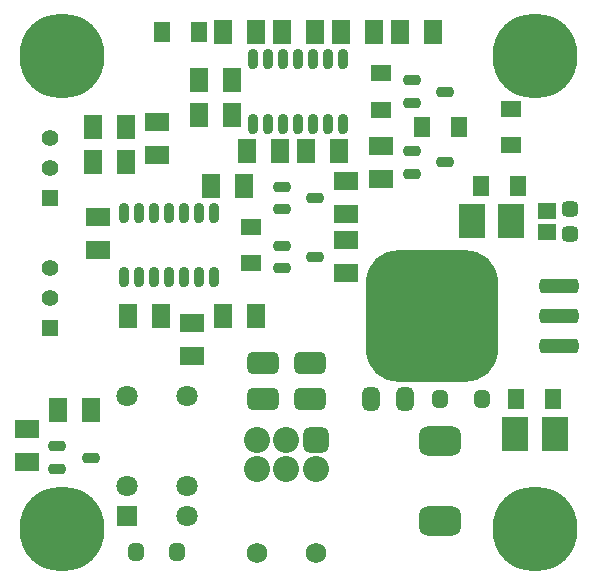
<source format=gts>
G04*
G04 #@! TF.GenerationSoftware,Altium Limited,Altium Designer,23.9.2 (47)*
G04*
G04 Layer_Color=8388736*
%FSLAX44Y44*%
%MOMM*%
G71*
G04*
G04 #@! TF.SameCoordinates,8776A3A0-EF5A-4BC1-B825-7BE02FDD750C*
G04*
G04*
G04 #@! TF.FilePolarity,Negative*
G04*
G01*
G75*
G04:AMPARAMS|DCode=30|XSize=0.8032mm|YSize=1.6532mm|CornerRadius=0.2516mm|HoleSize=0mm|Usage=FLASHONLY|Rotation=0.000|XOffset=0mm|YOffset=0mm|HoleType=Round|Shape=RoundedRectangle|*
%AMROUNDEDRECTD30*
21,1,0.8032,1.1500,0,0,0.0*
21,1,0.3000,1.6532,0,0,0.0*
1,1,0.5032,0.1500,-0.5750*
1,1,0.5032,-0.1500,-0.5750*
1,1,0.5032,-0.1500,0.5750*
1,1,0.5032,0.1500,0.5750*
%
%ADD30ROUNDEDRECTD30*%
G04:AMPARAMS|DCode=31|XSize=11.2032mm|YSize=11.2032mm|CornerRadius=2.8516mm|HoleSize=0mm|Usage=FLASHONLY|Rotation=270.000|XOffset=0mm|YOffset=0mm|HoleType=Round|Shape=RoundedRectangle|*
%AMROUNDEDRECTD31*
21,1,11.2032,5.5000,0,0,270.0*
21,1,5.5000,11.2032,0,0,270.0*
1,1,5.7032,-2.7500,-2.7500*
1,1,5.7032,-2.7500,2.7500*
1,1,5.7032,2.7500,2.7500*
1,1,5.7032,2.7500,-2.7500*
%
%ADD31ROUNDEDRECTD31*%
G04:AMPARAMS|DCode=32|XSize=1.2532mm|YSize=3.3032mm|CornerRadius=0.3641mm|HoleSize=0mm|Usage=FLASHONLY|Rotation=270.000|XOffset=0mm|YOffset=0mm|HoleType=Round|Shape=RoundedRectangle|*
%AMROUNDEDRECTD32*
21,1,1.2532,2.5750,0,0,270.0*
21,1,0.5250,3.3032,0,0,270.0*
1,1,0.7282,-1.2875,-0.2625*
1,1,0.7282,-1.2875,0.2625*
1,1,0.7282,1.2875,0.2625*
1,1,0.7282,1.2875,-0.2625*
%
%ADD32ROUNDEDRECTD32*%
%ADD33R,1.5532X1.3532*%
%ADD34R,2.1532X1.6032*%
%ADD35R,1.6032X2.1532*%
G04:AMPARAMS|DCode=36|XSize=0.8532mm|YSize=1.4532mm|CornerRadius=0.2641mm|HoleSize=0mm|Usage=FLASHONLY|Rotation=90.000|XOffset=0mm|YOffset=0mm|HoleType=Round|Shape=RoundedRectangle|*
%AMROUNDEDRECTD36*
21,1,0.8532,0.9250,0,0,90.0*
21,1,0.3250,1.4532,0,0,90.0*
1,1,0.5282,0.4625,0.1625*
1,1,0.5282,0.4625,-0.1625*
1,1,0.5282,-0.4625,-0.1625*
1,1,0.5282,-0.4625,0.1625*
%
%ADD36ROUNDEDRECTD36*%
G04:AMPARAMS|DCode=37|XSize=1.9532mm|YSize=1.4532mm|CornerRadius=0.4141mm|HoleSize=0mm|Usage=FLASHONLY|Rotation=90.000|XOffset=0mm|YOffset=0mm|HoleType=Round|Shape=RoundedRectangle|*
%AMROUNDEDRECTD37*
21,1,1.9532,0.6250,0,0,90.0*
21,1,1.1250,1.4532,0,0,90.0*
1,1,0.8282,0.3125,0.5625*
1,1,0.8282,0.3125,-0.5625*
1,1,0.8282,-0.3125,-0.5625*
1,1,0.8282,-0.3125,0.5625*
%
%ADD37ROUNDEDRECTD37*%
G04:AMPARAMS|DCode=38|XSize=1.5032mm|YSize=1.3032mm|CornerRadius=0.3766mm|HoleSize=0mm|Usage=FLASHONLY|Rotation=270.000|XOffset=0mm|YOffset=0mm|HoleType=Round|Shape=RoundedRectangle|*
%AMROUNDEDRECTD38*
21,1,1.5032,0.5500,0,0,270.0*
21,1,0.7500,1.3032,0,0,270.0*
1,1,0.7532,-0.2750,-0.3750*
1,1,0.7532,-0.2750,0.3750*
1,1,0.7532,0.2750,0.3750*
1,1,0.7532,0.2750,-0.3750*
%
%ADD38ROUNDEDRECTD38*%
G04:AMPARAMS|DCode=39|XSize=1.4032mm|YSize=1.3032mm|CornerRadius=0.3766mm|HoleSize=0mm|Usage=FLASHONLY|Rotation=180.000|XOffset=0mm|YOffset=0mm|HoleType=Round|Shape=RoundedRectangle|*
%AMROUNDEDRECTD39*
21,1,1.4032,0.5500,0,0,180.0*
21,1,0.6500,1.3032,0,0,180.0*
1,1,0.7532,-0.3250,0.2750*
1,1,0.7532,0.3250,0.2750*
1,1,0.7532,0.3250,-0.2750*
1,1,0.7532,-0.3250,-0.2750*
%
%ADD39ROUNDEDRECTD39*%
G04:AMPARAMS|DCode=40|XSize=1.9032mm|YSize=2.7032mm|CornerRadius=0.5266mm|HoleSize=0mm|Usage=FLASHONLY|Rotation=270.000|XOffset=0mm|YOffset=0mm|HoleType=Round|Shape=RoundedRectangle|*
%AMROUNDEDRECTD40*
21,1,1.9032,1.6500,0,0,270.0*
21,1,0.8500,2.7032,0,0,270.0*
1,1,1.0532,-0.8250,-0.4250*
1,1,1.0532,-0.8250,0.4250*
1,1,1.0532,0.8250,0.4250*
1,1,1.0532,0.8250,-0.4250*
%
%ADD40ROUNDEDRECTD40*%
G04:AMPARAMS|DCode=41|XSize=3.5032mm|YSize=2.5032mm|CornerRadius=0.6766mm|HoleSize=0mm|Usage=FLASHONLY|Rotation=180.000|XOffset=0mm|YOffset=0mm|HoleType=Round|Shape=RoundedRectangle|*
%AMROUNDEDRECTD41*
21,1,3.5032,1.1500,0,0,180.0*
21,1,2.1500,2.5032,0,0,180.0*
1,1,1.3532,-1.0750,0.5750*
1,1,1.3532,1.0750,0.5750*
1,1,1.3532,1.0750,-0.5750*
1,1,1.3532,-1.0750,-0.5750*
%
%ADD41ROUNDEDRECTD41*%
%ADD42R,1.8032X1.4032*%
%ADD43R,1.4032X1.8032*%
%ADD44R,2.2032X3.0032*%
%ADD45R,1.4032X1.4032*%
%ADD46C,1.4032*%
%ADD47C,1.8032*%
%ADD48R,1.8032X1.8032*%
%ADD49C,7.2032*%
%ADD50C,2.2032*%
G04:AMPARAMS|DCode=51|XSize=2.2032mm|YSize=2.2032mm|CornerRadius=0.6016mm|HoleSize=0mm|Usage=FLASHONLY|Rotation=0.000|XOffset=0mm|YOffset=0mm|HoleType=Round|Shape=RoundedRectangle|*
%AMROUNDEDRECTD51*
21,1,2.2032,1.0000,0,0,0.0*
21,1,1.0000,2.2032,0,0,0.0*
1,1,1.2032,0.5000,-0.5000*
1,1,1.2032,-0.5000,-0.5000*
1,1,1.2032,-0.5000,0.5000*
1,1,1.2032,0.5000,0.5000*
%
%ADD51ROUNDEDRECTD51*%
%ADD52C,1.7272*%
D30*
X288100Y497250D02*
D03*
X275400D02*
D03*
X262700D02*
D03*
X250000D02*
D03*
X237300D02*
D03*
X224600D02*
D03*
X211900D02*
D03*
X288100Y442750D02*
D03*
X275400D02*
D03*
X262700D02*
D03*
X250000D02*
D03*
X237300D02*
D03*
X224600D02*
D03*
X211900D02*
D03*
X178100Y367250D02*
D03*
X165400D02*
D03*
X152700D02*
D03*
X140000D02*
D03*
X127300D02*
D03*
X114600D02*
D03*
X101900D02*
D03*
X178100Y312750D02*
D03*
X165400D02*
D03*
X152700D02*
D03*
X140000D02*
D03*
X127300D02*
D03*
X114600D02*
D03*
X101900D02*
D03*
D31*
X363250Y280000D02*
D03*
D32*
X470500Y305400D02*
D03*
Y280000D02*
D03*
Y254600D02*
D03*
D33*
X460000Y350750D02*
D03*
Y369250D02*
D03*
D34*
X20000Y184000D02*
D03*
Y156000D02*
D03*
X320000Y424000D02*
D03*
Y396000D02*
D03*
X290000Y316000D02*
D03*
Y344000D02*
D03*
Y366000D02*
D03*
Y394000D02*
D03*
X80000Y364000D02*
D03*
Y336000D02*
D03*
X160000Y274000D02*
D03*
Y246000D02*
D03*
X130000Y416000D02*
D03*
Y444000D02*
D03*
D35*
X46000Y200000D02*
D03*
X74000D02*
D03*
X284000Y420000D02*
D03*
X256000D02*
D03*
X166000Y480000D02*
D03*
X194000D02*
D03*
Y450000D02*
D03*
X166000D02*
D03*
X234000Y420000D02*
D03*
X206000D02*
D03*
X364000Y520000D02*
D03*
X336000D02*
D03*
X314000D02*
D03*
X286000D02*
D03*
X214000D02*
D03*
X186000D02*
D03*
X264000D02*
D03*
X236000D02*
D03*
X76000Y410000D02*
D03*
X104000D02*
D03*
X186000Y280000D02*
D03*
X214000D02*
D03*
X106000D02*
D03*
X134000D02*
D03*
X176000Y390000D02*
D03*
X204000D02*
D03*
X104000Y440000D02*
D03*
X76000D02*
D03*
D36*
X74250Y160000D02*
D03*
X45750Y150500D02*
D03*
Y169500D02*
D03*
X374250Y410000D02*
D03*
X345750Y400500D02*
D03*
Y419500D02*
D03*
X374250Y470000D02*
D03*
X345750Y460500D02*
D03*
Y479500D02*
D03*
X264250Y330000D02*
D03*
X235750Y320500D02*
D03*
Y339500D02*
D03*
X264250Y380000D02*
D03*
X235750Y370500D02*
D03*
Y389500D02*
D03*
D37*
X311500Y210000D02*
D03*
X340000D02*
D03*
D38*
X112500Y80000D02*
D03*
X147500D02*
D03*
X370000Y210000D02*
D03*
X405000D02*
D03*
D39*
X480000Y370500D02*
D03*
Y349500D02*
D03*
D40*
X259750Y240000D02*
D03*
X220250D02*
D03*
X259750Y210000D02*
D03*
X220250D02*
D03*
D41*
X370000Y106000D02*
D03*
Y174000D02*
D03*
D42*
X430000Y455500D02*
D03*
Y424500D02*
D03*
X320000Y485500D02*
D03*
Y454500D02*
D03*
X210000Y324500D02*
D03*
Y355500D02*
D03*
D43*
X354500Y440000D02*
D03*
X385500D02*
D03*
X165500Y520000D02*
D03*
X134500D02*
D03*
X435500Y390000D02*
D03*
X404500D02*
D03*
X434500Y210000D02*
D03*
X465500D02*
D03*
D44*
X396500Y360000D02*
D03*
X430000D02*
D03*
X466750Y180000D02*
D03*
X433250D02*
D03*
D45*
X40000Y380000D02*
D03*
Y269600D02*
D03*
D46*
Y405400D02*
D03*
Y430800D02*
D03*
Y295000D02*
D03*
Y320400D02*
D03*
D47*
X155800Y212500D02*
D03*
Y136300D02*
D03*
Y110900D02*
D03*
X105000Y212500D02*
D03*
Y136300D02*
D03*
D48*
Y110900D02*
D03*
D49*
X450000Y100000D02*
D03*
X50000D02*
D03*
X450000Y500000D02*
D03*
X50000D02*
D03*
D50*
X214750Y175150D02*
D03*
Y150150D02*
D03*
X239750Y175150D02*
D03*
X264750Y150150D02*
D03*
X239750D02*
D03*
D51*
X264750Y175150D02*
D03*
D52*
X265000Y79100D02*
D03*
X215000D02*
D03*
M02*

</source>
